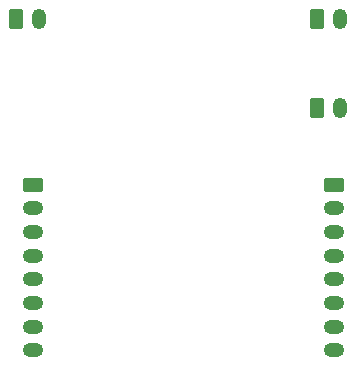
<source format=gbr>
%TF.GenerationSoftware,KiCad,Pcbnew,9.0.4*%
%TF.CreationDate,2025-10-08T20:13:18+03:00*%
%TF.ProjectId,dactyl_plugs,64616374-796c-45f7-906c-7567732e6b69,rev?*%
%TF.SameCoordinates,Original*%
%TF.FileFunction,Soldermask,Top*%
%TF.FilePolarity,Negative*%
%FSLAX46Y46*%
G04 Gerber Fmt 4.6, Leading zero omitted, Abs format (unit mm)*
G04 Created by KiCad (PCBNEW 9.0.4) date 2025-10-08 20:13:18*
%MOMM*%
%LPD*%
G01*
G04 APERTURE LIST*
G04 Aperture macros list*
%AMRoundRect*
0 Rectangle with rounded corners*
0 $1 Rounding radius*
0 $2 $3 $4 $5 $6 $7 $8 $9 X,Y pos of 4 corners*
0 Add a 4 corners polygon primitive as box body*
4,1,4,$2,$3,$4,$5,$6,$7,$8,$9,$2,$3,0*
0 Add four circle primitives for the rounded corners*
1,1,$1+$1,$2,$3*
1,1,$1+$1,$4,$5*
1,1,$1+$1,$6,$7*
1,1,$1+$1,$8,$9*
0 Add four rect primitives between the rounded corners*
20,1,$1+$1,$2,$3,$4,$5,0*
20,1,$1+$1,$4,$5,$6,$7,0*
20,1,$1+$1,$6,$7,$8,$9,0*
20,1,$1+$1,$8,$9,$2,$3,0*%
G04 Aperture macros list end*
%ADD10O,1.200000X1.750000*%
%ADD11RoundRect,0.250000X-0.350000X-0.625000X0.350000X-0.625000X0.350000X0.625000X-0.350000X0.625000X0*%
%ADD12RoundRect,0.250000X-0.625000X0.350000X-0.625000X-0.350000X0.625000X-0.350000X0.625000X0.350000X0*%
%ADD13O,1.750000X1.200000*%
G04 APERTURE END LIST*
D10*
%TO.C,Battery1*%
X99000000Y-51000000D03*
D11*
X97000000Y-51000000D03*
%TD*%
D12*
%TO.C,Columns1*%
X98500000Y-65000000D03*
D13*
X98500000Y-67000000D03*
X98500000Y-69000000D03*
X98500000Y-71000000D03*
X98500000Y-73000000D03*
X98500000Y-75000000D03*
X98500000Y-77000000D03*
X98500000Y-79000000D03*
%TD*%
D12*
%TO.C,Rows1*%
X124000000Y-65000000D03*
D13*
X124000000Y-67000000D03*
X124000000Y-69000000D03*
X124000000Y-71000000D03*
X124000000Y-73000000D03*
X124000000Y-75000000D03*
X124000000Y-77000000D03*
X124000000Y-79000000D03*
%TD*%
D11*
%TO.C,Power1*%
X122500000Y-50950000D03*
D10*
X124500000Y-50950000D03*
%TD*%
D11*
%TO.C,Reset1*%
X122500000Y-58500000D03*
D10*
X124500000Y-58500000D03*
%TD*%
M02*

</source>
